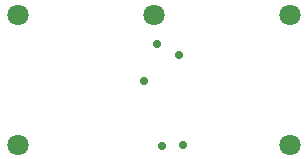
<source format=gbs>
G04*
G04 #@! TF.GenerationSoftware,Altium Limited,Altium Designer,20.1.12 (249)*
G04*
G04 Layer_Color=16711935*
%FSLAX44Y44*%
%MOMM*%
G71*
G04*
G04 #@! TF.SameCoordinates,FEBEC7C4-031D-4068-AE87-DD61D03ADA7D*
G04*
G04*
G04 #@! TF.FilePolarity,Negative*
G04*
G01*
G75*
%ADD20C,1.8032*%
%ADD21C,0.7016*%
D20*
X245000Y130000D02*
D03*
Y20000D02*
D03*
X15000D02*
D03*
X130000Y130000D02*
D03*
X15000D02*
D03*
D21*
X155000Y20000D02*
D03*
X137000Y19000D02*
D03*
X133000Y105000D02*
D03*
X122000Y74000D02*
D03*
X151000Y96000D02*
D03*
M02*

</source>
